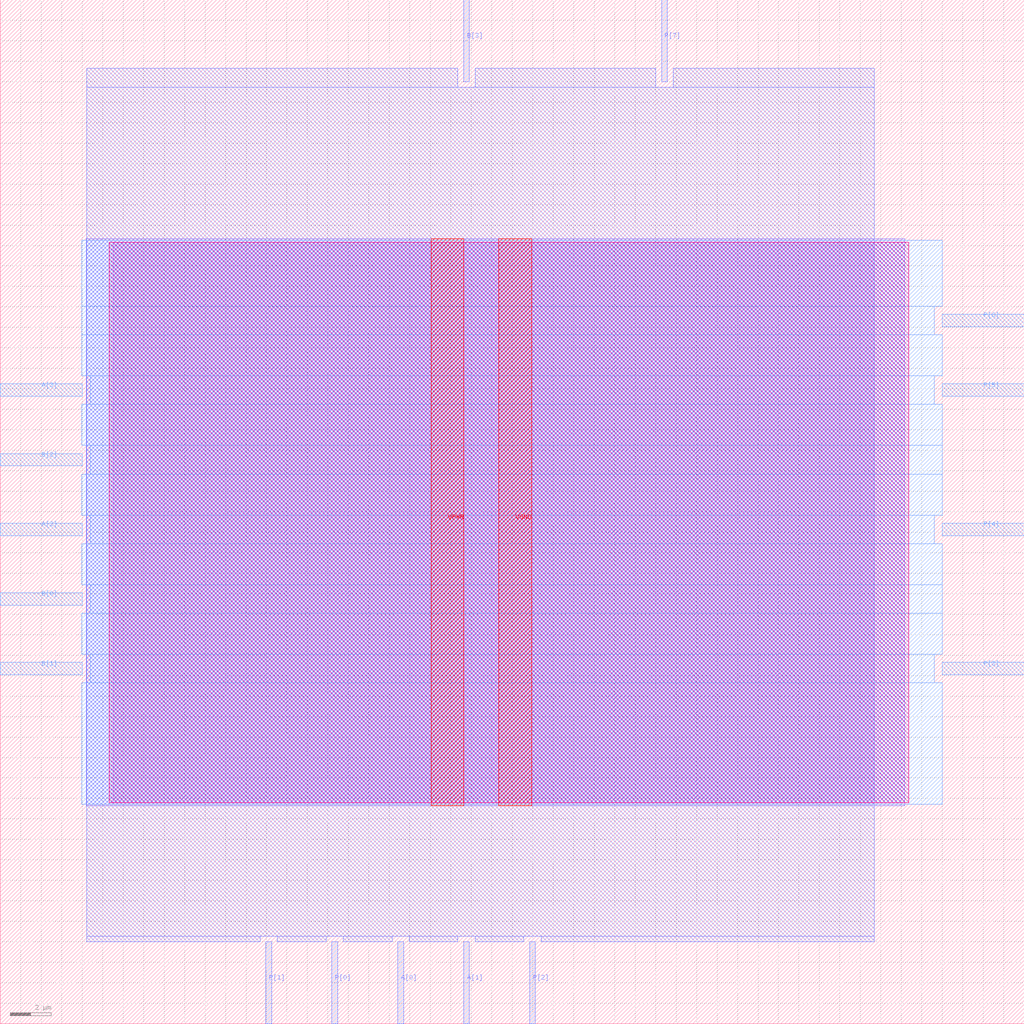
<source format=lef>
VERSION 5.7 ;
  NOWIREEXTENSIONATPIN ON ;
  DIVIDERCHAR "/" ;
  BUSBITCHARS "[]" ;
MACRO mult4_SARSA_RUIDO_e9_SARSA_RUIDO_e9_SarsaNStepsRuido_e9_SarsaNStepsRuido_e9
  CLASS BLOCK ;
  FOREIGN mult4_SARSA_RUIDO_e9_SARSA_RUIDO_e9_SarsaNStepsRuido_e9_SarsaNStepsRuido_e9 ;
  ORIGIN 0.000 0.000 ;
  SIZE 50.000 BY 50.000 ;
  PIN A[0]
    DIRECTION INPUT ;
    USE SIGNAL ;
    ANTENNAGATEAREA 0.213000 ;
    PORT
      LAYER met2 ;
        RECT 19.410 0.000 19.690 4.000 ;
    END
  END A[0]
  PIN A[1]
    DIRECTION INPUT ;
    USE SIGNAL ;
    ANTENNAGATEAREA 0.213000 ;
    PORT
      LAYER met2 ;
        RECT 22.630 0.000 22.910 4.000 ;
    END
  END A[1]
  PIN A[2]
    DIRECTION INPUT ;
    USE SIGNAL ;
    ANTENNAGATEAREA 0.196500 ;
    PORT
      LAYER met3 ;
        RECT 0.000 23.840 4.000 24.440 ;
    END
  END A[2]
  PIN A[3]
    DIRECTION INPUT ;
    USE SIGNAL ;
    ANTENNAGATEAREA 0.196500 ;
    PORT
      LAYER met3 ;
        RECT 0.000 30.640 4.000 31.240 ;
    END
  END A[3]
  PIN B[0]
    DIRECTION INPUT ;
    USE SIGNAL ;
    ANTENNAGATEAREA 0.196500 ;
    PORT
      LAYER met3 ;
        RECT 0.000 20.440 4.000 21.040 ;
    END
  END B[0]
  PIN B[1]
    DIRECTION INPUT ;
    USE SIGNAL ;
    ANTENNAGATEAREA 0.213000 ;
    PORT
      LAYER met3 ;
        RECT 0.000 17.040 4.000 17.640 ;
    END
  END B[1]
  PIN B[2]
    DIRECTION INPUT ;
    USE SIGNAL ;
    ANTENNAGATEAREA 0.213000 ;
    PORT
      LAYER met3 ;
        RECT 0.000 27.240 4.000 27.840 ;
    END
  END B[2]
  PIN B[3]
    DIRECTION INPUT ;
    USE SIGNAL ;
    ANTENNAGATEAREA 0.126000 ;
    PORT
      LAYER met2 ;
        RECT 22.630 46.000 22.910 50.000 ;
    END
  END B[3]
  PIN P[0]
    DIRECTION OUTPUT ;
    USE SIGNAL ;
    ANTENNADIFFAREA 0.445500 ;
    PORT
      LAYER met2 ;
        RECT 16.190 0.000 16.470 4.000 ;
    END
  END P[0]
  PIN P[1]
    DIRECTION OUTPUT ;
    USE SIGNAL ;
    ANTENNADIFFAREA 0.445500 ;
    PORT
      LAYER met2 ;
        RECT 12.970 0.000 13.250 4.000 ;
    END
  END P[1]
  PIN P[2]
    DIRECTION OUTPUT ;
    USE SIGNAL ;
    ANTENNADIFFAREA 0.445500 ;
    PORT
      LAYER met2 ;
        RECT 25.850 0.000 26.130 4.000 ;
    END
  END P[2]
  PIN P[3]
    DIRECTION OUTPUT ;
    USE SIGNAL ;
    ANTENNADIFFAREA 0.445500 ;
    PORT
      LAYER met3 ;
        RECT 46.000 17.040 50.000 17.640 ;
    END
  END P[3]
  PIN P[4]
    DIRECTION OUTPUT ;
    USE SIGNAL ;
    ANTENNADIFFAREA 0.445500 ;
    PORT
      LAYER met3 ;
        RECT 46.000 23.840 50.000 24.440 ;
    END
  END P[4]
  PIN P[5]
    DIRECTION OUTPUT ;
    USE SIGNAL ;
    ANTENNADIFFAREA 0.445500 ;
    PORT
      LAYER met3 ;
        RECT 46.000 30.640 50.000 31.240 ;
    END
  END P[5]
  PIN P[6]
    DIRECTION OUTPUT ;
    USE SIGNAL ;
    ANTENNADIFFAREA 0.445500 ;
    PORT
      LAYER met3 ;
        RECT 46.000 34.040 50.000 34.640 ;
    END
  END P[6]
  PIN P[7]
    DIRECTION OUTPUT ;
    USE SIGNAL ;
    ANTENNADIFFAREA 0.445500 ;
    PORT
      LAYER met2 ;
        RECT 32.290 46.000 32.570 50.000 ;
    END
  END P[7]
  PIN VGND
    DIRECTION INOUT ;
    USE GROUND ;
    PORT
      LAYER met4 ;
        RECT 24.340 10.640 25.940 38.320 ;
    END
  END VGND
  PIN VPWR
    DIRECTION INOUT ;
    USE POWER ;
    PORT
      LAYER met4 ;
        RECT 21.040 10.640 22.640 38.320 ;
    END
  END VPWR
  OBS
      LAYER nwell ;
        RECT 5.330 10.795 44.350 38.165 ;
      LAYER li1 ;
        RECT 5.520 10.795 44.160 38.165 ;
      LAYER met1 ;
        RECT 4.210 10.640 44.160 38.320 ;
      LAYER met2 ;
        RECT 4.230 45.720 22.350 46.650 ;
        RECT 23.190 45.720 32.010 46.650 ;
        RECT 32.850 45.720 42.680 46.650 ;
        RECT 4.230 4.280 42.680 45.720 ;
        RECT 4.230 4.000 12.690 4.280 ;
        RECT 13.530 4.000 15.910 4.280 ;
        RECT 16.750 4.000 19.130 4.280 ;
        RECT 19.970 4.000 22.350 4.280 ;
        RECT 23.190 4.000 25.570 4.280 ;
        RECT 26.410 4.000 42.680 4.280 ;
      LAYER met3 ;
        RECT 3.990 35.040 46.000 38.245 ;
        RECT 3.990 33.640 45.600 35.040 ;
        RECT 3.990 31.640 46.000 33.640 ;
        RECT 4.400 30.240 45.600 31.640 ;
        RECT 3.990 28.240 46.000 30.240 ;
        RECT 4.400 26.840 46.000 28.240 ;
        RECT 3.990 24.840 46.000 26.840 ;
        RECT 4.400 23.440 45.600 24.840 ;
        RECT 3.990 21.440 46.000 23.440 ;
        RECT 4.400 20.040 46.000 21.440 ;
        RECT 3.990 18.040 46.000 20.040 ;
        RECT 4.400 16.640 45.600 18.040 ;
        RECT 3.990 10.715 46.000 16.640 ;
  END
END mult4_SARSA_RUIDO_e9_SARSA_RUIDO_e9_SarsaNStepsRuido_e9_SarsaNStepsRuido_e9
END LIBRARY


</source>
